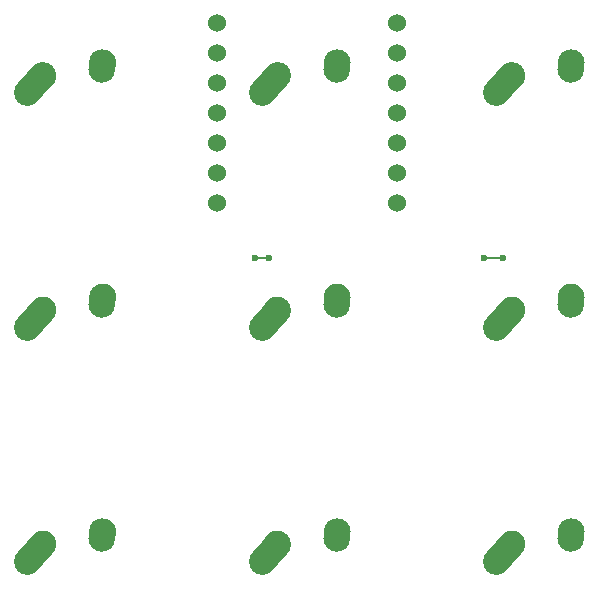
<source format=gbr>
%TF.GenerationSoftware,KiCad,Pcbnew,9.0.3*%
%TF.CreationDate,2025-07-28T22:58:47-04:00*%
%TF.ProjectId,9kMacroPCB,396b4d61-6372-46f5-9043-422e6b696361,rev?*%
%TF.SameCoordinates,Original*%
%TF.FileFunction,Copper,L1,Top*%
%TF.FilePolarity,Positive*%
%FSLAX46Y46*%
G04 Gerber Fmt 4.6, Leading zero omitted, Abs format (unit mm)*
G04 Created by KiCad (PCBNEW 9.0.3) date 2025-07-28 22:58:47*
%MOMM*%
%LPD*%
G01*
G04 APERTURE LIST*
G04 Aperture macros list*
%AMHorizOval*
0 Thick line with rounded ends*
0 $1 width*
0 $2 $3 position (X,Y) of the first rounded end (center of the circle)*
0 $4 $5 position (X,Y) of the second rounded end (center of the circle)*
0 Add line between two ends*
20,1,$1,$2,$3,$4,$5,0*
0 Add two circle primitives to create the rounded ends*
1,1,$1,$2,$3*
1,1,$1,$4,$5*%
G04 Aperture macros list end*
%TA.AperFunction,ComponentPad*%
%ADD10C,1.524000*%
%TD*%
%TA.AperFunction,ComponentPad*%
%ADD11HorizOval,2.250000X0.655001X0.730000X-0.655001X-0.730000X0*%
%TD*%
%TA.AperFunction,ComponentPad*%
%ADD12C,2.250000*%
%TD*%
%TA.AperFunction,ComponentPad*%
%ADD13HorizOval,2.250000X0.020000X0.290000X-0.020000X-0.290000X0*%
%TD*%
%TA.AperFunction,ViaPad*%
%ADD14C,0.600000*%
%TD*%
%TA.AperFunction,Conductor*%
%ADD15C,0.200000*%
%TD*%
G04 APERTURE END LIST*
D10*
%TO.P,U1,1,GPIO26/ADC0/A0*%
%TO.N,unconnected-(U1-GPIO26{slash}ADC0{slash}A0-Pad1)*%
X152073000Y-41529000D03*
%TO.P,U1,2,GPIO27/ADC1/A1*%
%TO.N,unconnected-(U1-GPIO27{slash}ADC1{slash}A1-Pad2)*%
X152073000Y-44069000D03*
%TO.P,U1,3,GPIO28/ADC2/A2*%
%TO.N,Net-(U1-GPIO28{slash}ADC2{slash}A2)*%
X152073000Y-46609000D03*
%TO.P,U1,4,GPIO29/ADC3/A3*%
%TO.N,Net-(U1-GPIO29{slash}ADC3{slash}A3)*%
X152073000Y-49149000D03*
%TO.P,U1,5,GPIO6/SDA*%
%TO.N,unconnected-(U1-GPIO6{slash}SDA-Pad5)*%
X152073000Y-51689000D03*
%TO.P,U1,6,GPIO7/SCL*%
%TO.N,unconnected-(U1-GPIO7{slash}SCL-Pad6)*%
X152073000Y-54229000D03*
%TO.P,U1,7,GPIO0/TX*%
%TO.N,unconnected-(U1-GPIO0{slash}TX-Pad7)*%
X152073000Y-56769000D03*
%TO.P,U1,8,GPIO1/RX*%
%TO.N,Net-(U1-GPIO1{slash}RX)*%
X136833000Y-56769000D03*
%TO.P,U1,9,GPIO2/SCK*%
%TO.N,Net-(U1-GPIO2{slash}SCK)*%
X136833000Y-54229000D03*
%TO.P,U1,10,GPIO4/MISO*%
%TO.N,Net-(U1-GPIO4{slash}MISO)*%
X136833000Y-51689000D03*
%TO.P,U1,11,GPIO3/MOSI*%
%TO.N,Net-(U1-GPIO3{slash}MOSI)*%
X136833000Y-49149000D03*
%TO.P,U1,12,3V3*%
%TO.N,unconnected-(U1-3V3-Pad12)*%
X136833000Y-46609000D03*
%TO.P,U1,13,GND*%
%TO.N,unconnected-(U1-GND-Pad13)*%
X136833000Y-44069000D03*
%TO.P,U1,14,VBUS*%
%TO.N,unconnected-(U1-VBUS-Pad14)*%
X136833000Y-41529000D03*
%TD*%
D11*
%TO.P,MX6,1,COL*%
%TO.N,COL2*%
X161151251Y-66580000D03*
D12*
X161806250Y-65850000D03*
D13*
%TO.P,MX6,2,ROW*%
%TO.N,Net-(D6-A)*%
X166826250Y-65060000D03*
D12*
X166846250Y-64770000D03*
%TD*%
D11*
%TO.P,MX2,1,COL*%
%TO.N,COL1*%
X141307501Y-46736250D03*
D12*
X141962500Y-46006250D03*
D13*
%TO.P,MX2,2,ROW*%
%TO.N,Net-(D2-A)*%
X146982500Y-45216250D03*
D12*
X147002500Y-44926250D03*
%TD*%
D11*
%TO.P,MX5,1,COL*%
%TO.N,COL1*%
X141307501Y-66580000D03*
D12*
X141962500Y-65850000D03*
D13*
%TO.P,MX5,2,ROW*%
%TO.N,Net-(D5-A)*%
X146982500Y-65060000D03*
D12*
X147002500Y-64770000D03*
%TD*%
D11*
%TO.P,MX3,1,COL*%
%TO.N,COL2*%
X161151251Y-46736250D03*
D12*
X161806250Y-46006250D03*
D13*
%TO.P,MX3,2,ROW*%
%TO.N,Net-(D3-A)*%
X166826250Y-45216250D03*
D12*
X166846250Y-44926250D03*
%TD*%
D11*
%TO.P,MX4,1,COL*%
%TO.N,COL0*%
X121463751Y-66580000D03*
D12*
X122118750Y-65850000D03*
D13*
%TO.P,MX4,2,ROW*%
%TO.N,Net-(D4-A)*%
X127138750Y-65060000D03*
D12*
X127158750Y-64770000D03*
%TD*%
D11*
%TO.P,MX8,1,COL*%
%TO.N,COL1*%
X141307501Y-86423750D03*
D12*
X141962500Y-85693750D03*
D13*
%TO.P,MX8,2,ROW*%
%TO.N,Net-(D8-A)*%
X146982500Y-84903750D03*
D12*
X147002500Y-84613750D03*
%TD*%
D11*
%TO.P,MX9,1,COL*%
%TO.N,COL2*%
X161151251Y-86423750D03*
D12*
X161806250Y-85693750D03*
D13*
%TO.P,MX9,2,ROW*%
%TO.N,Net-(D9-A)*%
X166826250Y-84903750D03*
D12*
X166846250Y-84613750D03*
%TD*%
D11*
%TO.P,MX7,1,COL*%
%TO.N,COL0*%
X121463751Y-86423750D03*
D12*
X122118750Y-85693750D03*
D13*
%TO.P,MX7,2,ROW*%
%TO.N,Net-(D7-A)*%
X127138750Y-84903750D03*
D12*
X127158750Y-84613750D03*
%TD*%
%TO.P,MX1,2,ROW*%
%TO.N,Net-(D1-A)*%
X127158750Y-44926250D03*
D13*
X127138750Y-45216250D03*
D12*
%TO.P,MX1,1,COL*%
%TO.N,COL0*%
X122118750Y-46006250D03*
D11*
X121463751Y-46736250D03*
%TD*%
D14*
%TO.N,ROW1*%
X159495250Y-61468000D03*
X161096250Y-61468000D03*
X141252500Y-61468000D03*
X140052500Y-61468000D03*
%TD*%
D15*
%TO.N,ROW1*%
X159495250Y-61468000D02*
X161096250Y-61468000D01*
X140052500Y-61468000D02*
X141252500Y-61468000D01*
%TD*%
M02*

</source>
